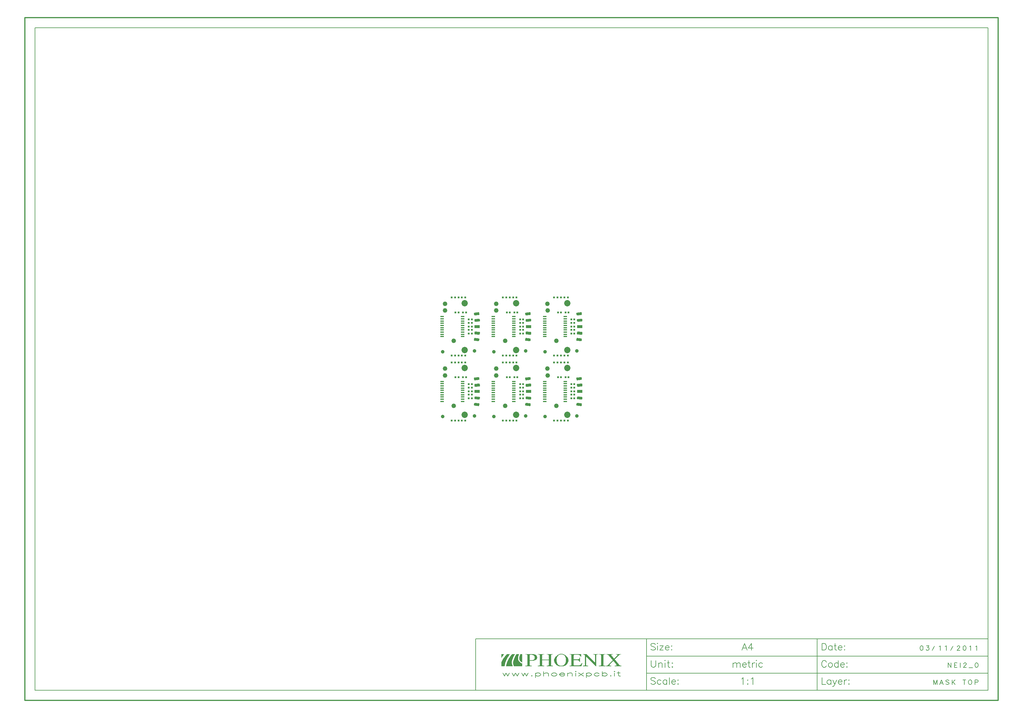
<source format=gbr>
G04 CAM350 V10.2.2 (Build 401) Date:  Thu Nov 03 10:21:45 2011 *
G04 Database: \\SRVPHOENIX\Users\Marina\Documenti\Untitled.cam *
G04 Layer 6: SMT *
%FSLAX33Y33*%
%MOMM*%
%SFA1.000B1.000*%

%MIA0B0*%
%IPPOS*%
%ADD10C,0.25400*%
%ADD22C,0.60096*%
%ADD73R,1.57480X0.81280*%
%ADD30C,1.85090*%
%ADD31R,0.60071X0.60071*%
%ADD33R,1.05080X0.43078*%
%ADD34C,1.06680*%
%ADD35C,1.32080*%
%ADD46C,0.12700*%
%ADD84C,0.20000*%
%ADD112C,0.30000*%
%LNSMT*%
%LPD*%
G36*
X25520Y-62644D02*
G01Y-61414D01*
X26337*
X26338Y-61416*
X26280Y-61474*
Y-61491*
X26228Y-61543*
Y-61561*
X26176Y-61613*
Y-61631*
X26123Y-61683*
Y-61700*
X26071Y-61752*
Y-61770*
X26036Y-61805*
Y-61822*
X26001Y-61857*
Y-61875*
X25949Y-61927*
Y-61944*
X25932Y-61962*
Y-61979*
X25879Y-62031*
Y-62049*
X25844Y-62084*
Y-62101*
X25827Y-62119*
Y-62136*
X25810Y-62154*
Y-62171*
X25792Y-62188*
Y-62206*
X25757Y-62241*
Y-62258*
X25722Y-62293*
Y-62310*
X25705Y-62328*
Y-62345*
X25670Y-62380*
Y-62397*
X25653Y-62415*
Y-62432*
X25635Y-62450*
Y-62467*
X25618Y-62485*
Y-62502*
X25583Y-62537*
Y-62554*
X25566Y-62572*
Y-62589*
X25548Y-62607*
Y-62644*
X25520*
G37*
G36*
X30767Y-62764D02*
G01Y-62602D01*
X30785Y-62585*
Y-62445*
X30802Y-62428*
Y-62323*
X30820Y-62306*
Y-62236*
X30837Y-62219*
Y-62166*
X30854Y-62149*
Y-62114*
X30872Y-62097*
Y-62045*
X30889Y-62027*
Y-61992*
X30907Y-61975*
Y-61940*
X30924Y-61922*
Y-61888*
X30942Y-61870*
Y-61835*
X30959Y-61818*
Y-61783*
X30976Y-61766*
Y-61731*
X30994Y-61713*
Y-61696*
X31011Y-61679*
Y-61661*
X31029Y-61643*
Y-61591*
X31046Y-61574*
Y-61539*
X31064Y-61522*
Y-61469*
X31098Y-61434*
Y-61414*
X31597*
Y-63865*
X31569*
Y-63844*
X31554Y-63829*
X31502Y-63812*
X31484Y-63794*
X31414Y-63759*
X31397Y-63742*
X31362Y-63724*
X31345Y-63707*
X31310Y-63689*
X31292Y-63672*
X31257Y-63655*
X31223Y-63620*
X31188Y-63602*
X31135Y-63550*
X31101Y-63533*
X31011Y-63443*
Y-63426*
X30959Y-63374*
Y-63356*
X30924Y-63321*
Y-63304*
X30907Y-63287*
Y-63269*
X30889Y-63252*
Y-63234*
X30872Y-63217*
Y-63199*
X30854Y-63182*
Y-63147*
X30837Y-63130*
Y-63095*
X30820Y-63077*
Y-63043*
X30802Y-63025*
Y-62955*
X30785Y-62938*
Y-62781*
X30767Y-62764*
G37*
G36*
X54088Y-64963D02*
G01Y-64861D01*
X54236Y-64856*
X54364Y-64839*
X54472Y-64811*
X54561Y-64772*
X54630Y-64721*
X54679Y-64660*
X54709Y-64587*
X54719Y-64502*
Y-61865*
X54709Y-61783*
X54679Y-61713*
X54630Y-61653*
X54561Y-61604*
X54472Y-61566*
X54364Y-61538*
X54236Y-61522*
X54088Y-61517*
Y-61415*
X56006*
Y-61517*
X55858Y-61522*
X55730Y-61538*
X55621Y-61566*
X55533Y-61604*
X55463Y-61653*
X55415Y-61713*
X55385Y-61783*
X55375Y-61865*
Y-64502*
X55385Y-64587*
X55415Y-64660*
X55463Y-64721*
X55533Y-64772*
X55621Y-64811*
X55730Y-64839*
X55858Y-64856*
X56006Y-64861*
Y-64963*
X54088*
G37*
G36*
X25520D02*
G01Y-63857D01*
X25538Y-63840*
Y-63805*
X25555Y-63788*
Y-63770*
X25573Y-63753*
Y-63735*
X25590Y-63718*
Y-63701*
X25607Y-63683*
Y-63648*
X25625Y-63631*
Y-63613*
X25642Y-63596*
Y-63578*
X25660Y-63561*
Y-63526*
X25695Y-63491*
Y-63457*
X25712Y-63439*
Y-63421*
X25730Y-63404*
Y-63387*
X25747Y-63369*
Y-63352*
X25764Y-63334*
Y-63317*
X25782Y-63300*
Y-63282*
X25799Y-63265*
Y-63247*
X25817Y-63230*
Y-63212*
X25834Y-63195*
Y-63178*
X25852Y-63160*
Y-63143*
X25869Y-63125*
Y-63108*
X25886Y-63091*
Y-63073*
X25921Y-63038*
Y-63021*
X25939Y-63003*
Y-62986*
X25956Y-62968*
Y-62951*
X25973Y-62934*
Y-62916*
X26008Y-62881*
Y-62864*
X26043Y-62829*
Y-62812*
X26061Y-62794*
Y-62777*
X26096Y-62742*
Y-62724*
X26113Y-62707*
Y-62689*
X26148Y-62655*
Y-62637*
X26200Y-62585*
Y-62568*
X26252Y-62515*
Y-62498*
X26287Y-62463*
Y-62445*
X26375Y-62358*
Y-62341*
X26462Y-62254*
Y-62236*
X26549Y-62149*
Y-62132*
X26619Y-62062*
Y-62045*
X26671Y-61992*
Y-61975*
X26758Y-61888*
Y-61870*
X26862Y-61766*
Y-61747*
X26897Y-61730*
Y-61713*
X27176Y-61434*
Y-61414*
X28041*
Y-61439*
X27989Y-61491*
Y-61508*
X27849Y-61648*
Y-61683*
X27814Y-61718*
Y-61735*
X27795Y-61755*
X27762Y-61771*
Y-61805*
X27710Y-61857*
Y-61892*
X27692Y-61909*
Y-61927*
X27657Y-61962*
Y-61979*
X27623Y-62014*
Y-62031*
X27605Y-62049*
Y-62066*
X27570Y-62101*
Y-62119*
X27536Y-62154*
Y-62171*
X27518Y-62188*
Y-62206*
X27483Y-62241*
Y-62258*
X27466Y-62275*
Y-62293*
X27431Y-62328*
Y-62345*
X27413Y-62363*
Y-62380*
X27379Y-62415*
Y-62432*
X27344Y-62467*
Y-62485*
X27326Y-62502*
Y-62520*
X27309Y-62537*
Y-62572*
X27289Y-62591*
X27257Y-62608*
Y-62624*
X27239Y-62641*
Y-62659*
X27222Y-62676*
Y-62694*
X27204Y-62711*
Y-62729*
X27187Y-62746*
Y-62764*
X27169Y-62781*
Y-62798*
X27152Y-62816*
Y-62833*
X27134Y-62851*
Y-62868*
X27117Y-62886*
Y-62903*
X27100Y-62920*
Y-62938*
X27082Y-62955*
Y-62973*
X27065Y-62990*
Y-63007*
X27047Y-63025*
Y-63043*
X27030Y-63060*
Y-63095*
X27013Y-63112*
Y-63130*
X26995Y-63147*
Y-63164*
X26978Y-63182*
Y-63217*
X26960Y-63234*
Y-63252*
X26943Y-63269*
Y-63287*
X26925Y-63304*
Y-63339*
X26908Y-63356*
Y-63374*
X26890Y-63391*
Y-63426*
X26873Y-63443*
Y-63461*
X26856Y-63478*
Y-63513*
X26838Y-63530*
Y-63548*
X26821Y-63565*
Y-63600*
X26803Y-63618*
Y-63653*
X26786Y-63670*
Y-63705*
X26768Y-63722*
Y-63740*
X26751Y-63757*
Y-63809*
X26734Y-63827*
Y-63844*
X26716Y-63862*
Y-63949*
X26699Y-63966*
Y-64002*
X26664Y-64020*
Y-64036*
X26646Y-64053*
Y-64106*
X26629Y-64123*
Y-64193*
X26611Y-64210*
Y-64280*
X26594Y-64298*
Y-64367*
X26577Y-64385*
Y-64454*
X26559Y-64472*
Y-64559*
X26542Y-64576*
Y-64646*
X26524Y-64664*
Y-64768*
X26507Y-64786*
Y-64855*
X26490Y-64873*
Y-64963*
X25520*
G37*
G36*
X28954Y-64158D02*
G01Y-63927D01*
X28972Y-63910*
Y-63753*
X28989Y-63735*
Y-63648*
X29007Y-63631*
Y-63561*
X29024Y-63544*
Y-63491*
X29042Y-63474*
Y-63421*
X29059Y-63404*
Y-63369*
X29076Y-63352*
Y-63300*
X29094Y-63282*
Y-63247*
X29111Y-63230*
Y-63195*
X29129Y-63178*
Y-63143*
X29146Y-63125*
Y-63108*
X29164Y-63091*
Y-63055*
X29181Y-63038*
Y-63003*
X29198Y-62986*
Y-62951*
X29216Y-62934*
Y-62916*
X29233Y-62899*
Y-62881*
X29251Y-62864*
Y-62829*
X29268Y-62812*
Y-62777*
X29286Y-62759*
Y-62742*
X29303Y-62724*
Y-62689*
X29320Y-62672*
Y-62637*
X29338Y-62620*
Y-62602*
X29355Y-62585*
Y-62568*
X29373Y-62550*
Y-62515*
X29390Y-62498*
Y-62463*
X29408Y-62445*
Y-62428*
X29425Y-62411*
Y-62358*
X29460Y-62323*
Y-62289*
X29477Y-62271*
Y-62254*
X29495Y-62236*
Y-62219*
X29512Y-62202*
Y-62184*
X29530Y-62166*
Y-62132*
X29547Y-62114*
Y-62097*
X29582Y-62062*
Y-62027*
X29599Y-62010*
Y-61992*
X29634Y-61957*
Y-61940*
X29652Y-61922*
Y-61905*
X29669Y-61888*
Y-61870*
X29704Y-61835*
Y-61818*
X29791Y-61731*
Y-61713*
X29809Y-61696*
Y-61679*
X29826Y-61661*
Y-61643*
X29843Y-61626*
Y-61609*
X29878Y-61574*
Y-61556*
X29896Y-61539*
Y-61522*
X29931Y-61487*
Y-61469*
X29948Y-61452*
Y-61414*
X30729*
X30730Y-61416*
X30708Y-61439*
Y-61456*
X30690Y-61474*
Y-61508*
X30673Y-61526*
Y-61543*
X30656Y-61561*
Y-61596*
X30638Y-61613*
Y-61631*
X30621Y-61648*
Y-61683*
X30603Y-61700*
Y-61718*
X30586Y-61735*
Y-61770*
X30569Y-61787*
Y-61822*
X30551Y-61840*
Y-61875*
X30534Y-61892*
Y-61927*
X30516Y-61944*
Y-61979*
X30499Y-61997*
Y-62066*
X30481Y-62084*
Y-62119*
X30464Y-62136*
Y-62206*
X30447Y-62223*
Y-62310*
X30429Y-62328*
Y-62432*
X30412Y-62450*
Y-62829*
X30429Y-62846*
Y-62916*
X30447Y-62934*
Y-63021*
X30464Y-63038*
Y-63073*
X30499Y-63108*
Y-63160*
X30516Y-63178*
Y-63212*
X30534Y-63230*
Y-63265*
X30551Y-63282*
Y-63300*
X30569Y-63317*
Y-63334*
X30586Y-63352*
Y-63369*
X30621Y-63404*
Y-63421*
X30656Y-63457*
Y-63474*
X30726Y-63544*
Y-63561*
X30743Y-63578*
Y-63596*
X30845Y-63698*
X30880Y-63716*
X30900Y-63735*
Y-63753*
X30915Y-63768*
X30950Y-63785*
X30985Y-63821*
X31020Y-63838*
X31144Y-63962*
Y-63977*
X31227Y-63994*
X31299Y-64030*
X31316Y-64047*
X31454Y-64116*
X31507Y-64134*
X31541Y-64151*
X31597Y-64170*
Y-64963*
X29181*
Y-64925*
X29164Y-64908*
Y-64890*
X29146Y-64873*
Y-64855*
X29129Y-64838*
Y-64803*
X29111Y-64786*
Y-64751*
X29094Y-64733*
Y-64716*
X29076Y-64699*
Y-64664*
X29059Y-64646*
Y-64611*
X29042Y-64594*
Y-64542*
X29024Y-64524*
Y-64489*
X29007Y-64472*
Y-64419*
X28989Y-64402*
Y-64315*
X28972Y-64298*
Y-64176*
X28954Y-64158*
G37*
G36*
X26897Y-64963D02*
G01Y-64903D01*
X26915Y-64886*
Y-64816*
X26932Y-64799*
Y-64729*
X26950Y-64712*
Y-64642*
X26967Y-64624*
Y-64572*
X26985Y-64555*
Y-64485*
X27002Y-64467*
Y-64415*
X27019Y-64398*
Y-64363*
X27037Y-64346*
Y-64311*
X27054Y-64293*
Y-64241*
X27072Y-64223*
Y-64171*
X27089Y-64154*
Y-64136*
X27107Y-64119*
Y-64067*
X27124Y-64049*
Y-64014*
X27142Y-63997*
Y-63962*
X27159Y-63944*
Y-63927*
X27176Y-63910*
Y-63875*
X27194Y-63857*
Y-63823*
X27211Y-63805*
Y-63788*
X27229Y-63770*
Y-63735*
X27246Y-63718*
Y-63683*
X27264Y-63666*
Y-63648*
X27281Y-63631*
Y-63613*
X27298Y-63596*
Y-63561*
X27316Y-63544*
Y-63526*
X27333Y-63509*
Y-63474*
X27351Y-63457*
Y-63439*
X27368Y-63421*
Y-63404*
X27385Y-63387*
Y-63369*
X27403Y-63352*
Y-63334*
X27420Y-63317*
Y-63300*
X27438Y-63282*
Y-63265*
X27455Y-63247*
Y-63230*
X27473Y-63212*
Y-63195*
X27490Y-63178*
Y-63160*
X27508Y-63143*
Y-63125*
X27525Y-63108*
Y-63091*
X27542Y-63073*
Y-63055*
X27560Y-63038*
Y-63021*
X27577Y-63003*
Y-62986*
X27595Y-62968*
Y-62951*
X27612Y-62934*
Y-62916*
X27647Y-62881*
Y-62864*
X27664Y-62846*
Y-62829*
X27699Y-62794*
Y-62777*
X27717Y-62759*
Y-62742*
X27734Y-62724*
Y-62707*
X27769Y-62672*
Y-62655*
X27786Y-62637*
Y-62620*
X27821Y-62585*
Y-62568*
X27839Y-62550*
Y-62533*
X27874Y-62498*
Y-62480*
X27908Y-62445*
Y-62428*
X27943Y-62393*
Y-62376*
X27978Y-62341*
Y-62323*
X28013Y-62289*
Y-62271*
X28048Y-62236*
Y-62219*
X28083Y-62184*
Y-62166*
X28135Y-62114*
Y-62097*
X28187Y-62045*
Y-62027*
X28240Y-61975*
Y-61957*
X28292Y-61905*
Y-61888*
X28362Y-61818*
Y-61800*
X28397Y-61766*
Y-61731*
X28416Y-61711*
X28451Y-61694*
X28501Y-61643*
Y-61626*
X28553Y-61574*
Y-61556*
X28625Y-61484*
X28658Y-61468*
Y-61452*
X28696Y-61414*
X29579*
X29580Y-61416*
X29558Y-61439*
Y-61457*
X29523Y-61475*
Y-61491*
X29453Y-61561*
Y-61578*
X29401Y-61631*
Y-61648*
X29366Y-61683*
Y-61700*
X29348Y-61718*
Y-61735*
X29314Y-61770*
Y-61787*
X29296Y-61805*
Y-61822*
X29261Y-61857*
Y-61875*
X29226Y-61909*
Y-61927*
X29209Y-61944*
Y-61962*
X29191Y-61979*
Y-61997*
X29157Y-62031*
Y-62066*
X29122Y-62101*
Y-62119*
X29104Y-62136*
Y-62154*
X29087Y-62171*
Y-62188*
X29069Y-62206*
Y-62223*
X29052Y-62241*
Y-62275*
X29035Y-62293*
Y-62310*
X29017Y-62328*
Y-62345*
X29000Y-62363*
Y-62380*
X28982Y-62397*
Y-62415*
X28965Y-62432*
Y-62467*
X28947Y-62485*
Y-62502*
X28930Y-62520*
Y-62554*
X28912Y-62572*
Y-62589*
X28895Y-62607*
Y-62641*
X28878Y-62659*
Y-62676*
X28860Y-62694*
Y-62729*
X28843Y-62746*
Y-62781*
X28825Y-62798*
Y-62833*
X28808Y-62851*
Y-62886*
X28791Y-62903*
Y-62938*
X28773Y-62955*
Y-62990*
X28756Y-63007*
Y-63043*
X28738Y-63060*
Y-63077*
X28721Y-63095*
Y-63112*
X28705Y-63127*
X28721Y-63143*
Y-63164*
X28703Y-63182*
Y-63234*
X28686Y-63252*
Y-63287*
X28668Y-63304*
Y-63339*
X28651Y-63356*
Y-63409*
X28634Y-63426*
Y-63478*
X28616Y-63496*
Y-63600*
X28599Y-63618*
Y-64136*
X28616Y-64154*
Y-64241*
X28634Y-64258*
Y-64346*
X28651Y-64363*
Y-64415*
X28668Y-64433*
Y-64467*
X28686Y-64485*
Y-64537*
X28703Y-64555*
Y-64572*
X28721Y-64590*
Y-64624*
X28738Y-64642*
Y-64677*
X28756Y-64694*
Y-64729*
X28773Y-64746*
Y-64764*
X28791Y-64781*
Y-64799*
X28808Y-64816*
Y-64834*
X28825Y-64851*
Y-64886*
X28860Y-64921*
Y-64963*
X26897*
G37*
G36*
X32598D02*
G01Y-64861D01*
X32731Y-64856*
X32846Y-64839*
X32943Y-64811*
X33023Y-64772*
X33085Y-64721*
X33129Y-64660*
X33156Y-64587*
X33165Y-64502*
Y-61865*
X33158Y-61783*
X33137Y-61712*
X33103Y-61654*
X33055Y-61608*
X32978Y-61568*
X32876Y-61540*
X32750Y-61522*
X32598Y-61517*
Y-61415*
X34329*
X34518Y-61418*
X34697Y-61430*
X34864Y-61448*
X35021Y-61474*
X35166Y-61507*
X35301Y-61548*
X35425Y-61595*
X35539Y-61651*
X35650Y-61719*
X35747Y-61795*
X35828Y-61879*
X35896Y-61971*
X35947Y-62071*
X35985Y-62178*
X36007Y-62294*
X36015Y-62417*
X36006Y-62542*
X35980Y-62660*
X35935Y-62770*
X35873Y-62873*
X35794Y-62969*
X35697Y-63056*
X35581Y-63137*
X35449Y-63210*
X35329Y-63264*
X35204Y-63310*
X35074Y-63347*
X34939Y-63376*
X34798Y-63398*
X34654Y-63412*
X34503Y-63417*
X34349Y-63414*
X33821Y-63393*
Y-64529*
X33830Y-64607*
X33857Y-64675*
X33902Y-64732*
X33966Y-64778*
X34047Y-64815*
X34147Y-64841*
X34264Y-64856*
X34400Y-64861*
Y-64963*
X32598*
G37*
G36*
X45473D02*
G01Y-64861D01*
X45606Y-64856*
X45721Y-64839*
X45818Y-64811*
X45898Y-64772*
X45960Y-64721*
X46004Y-64660*
X46031Y-64587*
X46040Y-64502*
Y-61865*
X46033Y-61783*
X46012Y-61712*
X45978Y-61654*
X45930Y-61608*
X45853Y-61568*
X45751Y-61540*
X45625Y-61522*
X45473Y-61517*
Y-61415*
X48890*
Y-62181*
X48755*
X48707Y-62075*
X48641Y-61974*
X48557Y-61882*
X48462Y-61800*
X48353Y-61732*
X48238Y-61679*
X48118Y-61646*
X47996Y-61634*
X47037*
X46957Y-61638*
X46887Y-61649*
X46829Y-61667*
X46781Y-61691*
X46744Y-61723*
X46717Y-61761*
X46701Y-61807*
X46696Y-61860*
Y-62996*
X47687*
X47854Y-62988*
X47999Y-62964*
X48121Y-62924*
X48222Y-62867*
X48300Y-62795*
X48356Y-62706*
X48390Y-62602*
X48401Y-62481*
X48536*
Y-63736*
X48401*
X48386Y-63607*
X48368Y-63550*
X48343Y-63496*
X48310Y-63447*
X48270Y-63401*
X48224Y-63360*
X48169Y-63323*
X48069Y-63276*
X47955Y-63242*
X47828Y-63223*
X47687Y-63216*
X46696*
Y-64529*
X46702Y-64600*
X46720Y-64655*
X46750Y-64696*
X46793Y-64722*
X46870Y-64738*
X47011Y-64743*
X48002*
X48186Y-64731*
X48274Y-64715*
X48361Y-64692*
X48443Y-64664*
X48524Y-64629*
X48678Y-64540*
X48805Y-64437*
X48909Y-64322*
X48991Y-64196*
X49051Y-64057*
X49238*
X48948Y-64963*
X45473*
G37*
G36*
X40963Y-63189D02*
G01X40976Y-63034D01*
X41015Y-62876*
X41076Y-62717*
X41160Y-62557*
X41262Y-62400*
X41382Y-62247*
X41516Y-62099*
X41665Y-61959*
X41823Y-61830*
X41991Y-61711*
X42164Y-61605*
X42344Y-61514*
X42525Y-61441*
X42708Y-61386*
X42889Y-61352*
X43067Y-61340*
X43248Y-61352*
X43432Y-61386*
X43617Y-61440*
X43801Y-61513*
X43980Y-61604*
X44155Y-61709*
X44322Y-61827*
X44481Y-61957*
X44627Y-62097*
X44762Y-62244*
X44880Y-62398*
X44982Y-62554*
X45064Y-62714*
X45126Y-62875*
X45164Y-63033*
X45178Y-63189*
X45168Y-63381*
X45142Y-63564*
X45098Y-63740*
X45036Y-63907*
X44956Y-64067*
X44859Y-64218*
X44744Y-64362*
X44611Y-64497*
X44458Y-64624*
X44295Y-64734*
X44121Y-64827*
X43937Y-64903*
X43743Y-64962*
X43538Y-65004*
X43323Y-65029*
X43099Y-65038*
X42866Y-65029*
X42644Y-65004*
X42433Y-64962*
X42234Y-64903*
X42044Y-64827*
X41866Y-64734*
X41698Y-64624*
X41542Y-64497*
X41406Y-64362*
X41289Y-64218*
X41189Y-64067*
X41108Y-63907*
X41044Y-63740*
X40999Y-63564*
X40972Y-63381*
X40963Y-63189*
G37*
G36*
X36233Y-64963D02*
G01Y-64861D01*
X36366Y-64856*
X36481Y-64839*
X36578Y-64811*
X36658Y-64772*
X36720Y-64721*
X36764Y-64660*
X36790Y-64587*
X36799Y-64502*
Y-61865*
X36790Y-61783*
X36764Y-61713*
X36720Y-61653*
X36658Y-61604*
X36578Y-61566*
X36481Y-61538*
X36366Y-61522*
X36233Y-61517*
Y-61415*
X38022*
Y-61517*
X37889Y-61522*
X37774Y-61538*
X37676Y-61566*
X37597Y-61604*
X37535Y-61653*
X37491Y-61713*
X37464Y-61783*
X37456Y-61865*
Y-63039*
X39405*
Y-61865*
X39396Y-61783*
X39370Y-61713*
X39325Y-61653*
X39264Y-61604*
X39184Y-61566*
X39087Y-61538*
X38972Y-61522*
X38839Y-61517*
Y-61415*
X40628*
Y-61517*
X40495Y-61522*
X40380Y-61538*
X40282Y-61566*
X40203Y-61604*
X40141Y-61653*
X40097Y-61713*
X40070Y-61783*
X40062Y-61865*
Y-64502*
X40070Y-64587*
X40097Y-64660*
X40141Y-64721*
X40203Y-64772*
X40282Y-64811*
X40380Y-64839*
X40495Y-64856*
X40628Y-64861*
Y-64963*
X38839*
Y-64861*
X38972Y-64856*
X39087Y-64839*
X39184Y-64811*
X39264Y-64772*
X39325Y-64721*
X39370Y-64660*
X39396Y-64587*
X39405Y-64502*
Y-63259*
X37456*
Y-64502*
X37464Y-64587*
X37491Y-64660*
X37535Y-64721*
X37597Y-64772*
X37676Y-64811*
X37774Y-64839*
X37889Y-64856*
X38022Y-64861*
Y-64963*
X36233*
G37*
G36*
X56193Y-64861D02*
G01X56278Y-64856D01*
X56364Y-64839*
X56450Y-64810*
X56537Y-64770*
X56624Y-64719*
X56712Y-64656*
X56799Y-64582*
X56888Y-64497*
X58132Y-63215*
X57151Y-62016*
X57047Y-61899*
X56941Y-61798*
X56833Y-61712*
X56725Y-61641*
X56613Y-61587*
X56501Y-61548*
X56386Y-61525*
X56270Y-61517*
Y-61415*
X58207*
Y-61517*
X57993Y-61527*
X57910Y-61539*
X57842Y-61556*
X57789Y-61578*
X57751Y-61604*
X57730Y-61636*
X57724Y-61672*
X57750Y-61752*
X57811Y-61874*
X57937Y-62079*
X58548Y-62798*
X59422Y-61902*
X59473Y-61845*
X59508Y-61789*
X59527Y-61735*
X59532Y-61683*
X59522Y-61644*
X59499Y-61610*
X59462Y-61582*
X59413Y-61558*
X59350Y-61541*
X59274Y-61527*
X59082Y-61517*
Y-61415*
X60607*
Y-61517*
X60494Y-61522*
X60384Y-61540*
X60277Y-61570*
X60173Y-61611*
X60071Y-61664*
X59972Y-61728*
X59876Y-61805*
X59783Y-61892*
X58702Y-62991*
X59918Y-64433*
X60008Y-64534*
X60099Y-64620*
X60190Y-64694*
X60283Y-64754*
X60375Y-64802*
X60469Y-64835*
X60563Y-64855*
X60658Y-64861*
Y-64963*
X58747*
Y-64861*
X58964Y-64852*
X59049Y-64840*
X59119Y-64823*
X59173Y-64801*
X59211Y-64774*
X59235Y-64743*
X59243Y-64706*
X59234Y-64640*
X59207Y-64567*
X59162Y-64490*
X59100Y-64407*
X58304Y-63425*
X57364Y-64395*
X57297Y-64471*
X57248Y-64539*
X57219Y-64598*
X57210Y-64647*
X57218Y-64698*
X57241Y-64741*
X57279Y-64778*
X57332Y-64808*
X57398Y-64832*
X57479Y-64848*
X57575Y-64858*
X57686Y-64861*
Y-64963*
X56193*
Y-64861*
G37*
G36*
X49405Y-64963D02*
G01Y-64861D01*
X49551Y-64855*
X49678Y-64838*
X49784Y-64808*
X49873Y-64766*
X49940Y-64713*
X49990Y-64647*
X50019Y-64570*
X50029Y-64481*
Y-61817*
X49898Y-61685*
X49830Y-61624*
X49742Y-61577*
X49643Y-61543*
X49530Y-61523*
X49405Y-61517*
Y-61415*
X50512*
X52982Y-63993*
Y-61849*
X52972Y-61771*
X52943Y-61704*
X52894Y-61647*
X52826Y-61600*
X52738Y-61564*
X52631Y-61537*
X52504Y-61522*
X52358Y-61517*
Y-61415*
X53890*
Y-61517*
X53743Y-61522*
X53616Y-61539*
X53509Y-61567*
X53421Y-61607*
X53352Y-61657*
X53304Y-61719*
X53275Y-61792*
X53265Y-61876*
Y-65038*
X53177Y-65036*
X50312Y-62090*
Y-64529*
X50322Y-64607*
X50351Y-64675*
X50399Y-64732*
X50468Y-64778*
X50555Y-64815*
X50663Y-64841*
X50790Y-64856*
X50936Y-64861*
Y-64963*
X49405*
G37*
%LPC*%
G36*
X34130Y-63210D02*
G01X34310Y-63216D01*
X34537Y-63203*
X34639Y-63188*
X34735Y-63166*
X34821Y-63138*
X34901Y-63104*
X34973Y-63063*
X35038Y-63016*
X35095Y-62964*
X35144Y-62904*
X35186Y-62839*
X35220Y-62767*
X35247Y-62689*
X35266Y-62605*
X35278Y-62515*
X35282Y-62417*
X35276Y-62320*
X35262Y-62229*
X35238Y-62144*
X35206Y-62065*
X35163Y-61994*
X35112Y-61928*
X35051Y-61868*
X34980Y-61814*
X34900Y-61767*
X34811Y-61727*
X34711Y-61692*
X34604Y-61663*
X34486Y-61642*
X34359Y-61626*
X34223Y-61616*
X34078Y-61613*
X33956Y-61620*
X33914Y-61629*
X33885Y-61640*
X33857Y-61669*
X33837Y-61711*
X33825Y-61768*
X33821Y-61838*
Y-63189*
X34130Y-63210*
G37*
G36*
X41702Y-63374D02*
G01X41718Y-63540D01*
X41745Y-63699*
X41783Y-63848*
X41832Y-63991*
X41892Y-64125*
X41962Y-64251*
X42044Y-64368*
X42138Y-64481*
X42240Y-64577*
X42351Y-64660*
X42470Y-64726*
X42597Y-64779*
X42732Y-64816*
X42876Y-64838*
X43028Y-64845*
X43197Y-64837*
X43357Y-64813*
X43506Y-64773*
X43646Y-64715*
X43776Y-64642*
X43897Y-64553*
X44008Y-64447*
X44109Y-64325*
X44187Y-64208*
X44255Y-64084*
X44313Y-63954*
X44360Y-63816*
X44396Y-63672*
X44423Y-63522*
X44438Y-63364*
X44444Y-63200*
X44439Y-63029*
X44425Y-62865*
X44401Y-62709*
X44368Y-62561*
X44325Y-62421*
X44273Y-62288*
X44212Y-62164*
X44142Y-62047*
X44048Y-61927*
X43945Y-61822*
X43832Y-61734*
X43710Y-61661*
X43578Y-61605*
X43436Y-61565*
X43285Y-61541*
X43125Y-61533*
X42944Y-61541*
X42776Y-61563*
X42619Y-61602*
X42475Y-61655*
X42343Y-61724*
X42222Y-61808*
X42114Y-61907*
X42018Y-62020*
X41942Y-62133*
X41877Y-62255*
X41822Y-62388*
X41777Y-62530*
X41741Y-62682*
X41716Y-62845*
X41701Y-63017*
X41697Y-63200*
X41702Y-63374*
G37*
%LPD*%
G54D10*
X19046Y13302D03*
X18881Y11390D03*
X34046Y13302D03*
X33881Y11390D03*
X49046Y13302D03*
X48881Y11390D03*
X49046Y32302D03*
X48881Y30390D03*
X34046Y32302D03*
X33881Y30390D03*
X19046Y32302D03*
X18881Y30390D03*
G54D33*
X8200Y18420D03*
Y17770D03*
Y17120D03*
Y16470D03*
Y15820D03*
Y15170D03*
Y14520D03*
Y13870D03*
Y13220D03*
Y12570D03*
X14200D03*
Y13220D03*
Y13870D03*
Y14520D03*
Y15170D03*
Y15820D03*
Y16470D03*
Y17120D03*
Y17770D03*
Y18420D03*
X23200D03*
Y17770D03*
Y17120D03*
Y16470D03*
Y15820D03*
Y15170D03*
Y14520D03*
Y13870D03*
Y13220D03*
Y12570D03*
X29200D03*
Y13220D03*
Y13870D03*
Y14520D03*
Y15170D03*
Y15820D03*
Y16470D03*
Y17120D03*
Y17770D03*
Y18420D03*
X38200D03*
Y17770D03*
Y17120D03*
Y16470D03*
Y15820D03*
Y15170D03*
Y14520D03*
Y13870D03*
Y13220D03*
Y12570D03*
X44200D03*
Y13220D03*
Y13870D03*
Y14520D03*
Y15170D03*
Y15820D03*
Y16470D03*
Y17120D03*
Y17770D03*
Y18420D03*
X38200Y37420D03*
Y36770D03*
Y36120D03*
Y35470D03*
Y34820D03*
Y34170D03*
Y33520D03*
Y32870D03*
Y32220D03*
Y31570D03*
X44200D03*
Y32220D03*
Y32870D03*
Y33520D03*
Y34170D03*
Y34820D03*
Y35470D03*
Y36120D03*
Y36770D03*
Y37420D03*
X23200D03*
Y36770D03*
Y36120D03*
Y35470D03*
Y34820D03*
Y34170D03*
Y33520D03*
Y32870D03*
Y32220D03*
Y31570D03*
X29200D03*
Y32220D03*
Y32870D03*
Y33520D03*
Y34170D03*
Y34820D03*
Y35470D03*
Y36120D03*
Y36770D03*
Y37420D03*
X8200D03*
Y36770D03*
Y36120D03*
Y35470D03*
Y34820D03*
Y34170D03*
Y33520D03*
Y32870D03*
Y32220D03*
Y31570D03*
X14200D03*
Y32220D03*
Y32870D03*
Y33520D03*
Y34170D03*
Y34820D03*
Y35470D03*
Y36120D03*
Y36770D03*
Y37420D03*
G54D73*
X18450Y15500D03*
X33450D03*
X48450D03*
Y34500D03*
X33450D03*
X18450D03*
G54D34*
X17650Y8350D03*
X8300Y8150D03*
X32650Y8350D03*
X23300Y8150D03*
X47650Y8350D03*
X38300Y8150D03*
X47650Y27350D03*
X38300Y27150D03*
X32650Y27350D03*
X23300Y27150D03*
X17650Y27350D03*
X8300Y27150D03*
G54D30*
X14807Y22378D03*
Y8622D03*
X29807Y22378D03*
Y8622D03*
X44807Y22378D03*
Y8622D03*
Y41378D03*
Y27622D03*
X29807Y41378D03*
Y27622D03*
X14807Y41378D03*
Y27622D03*
G54D31*
X15200Y19650D03*
X14300D03*
X12100D03*
X13000D03*
X16000Y16600D03*
X16900D03*
X16000Y14550D03*
X16900D03*
X16000Y17600D03*
X16900D03*
X16000Y15500D03*
X16900D03*
X16000Y13450D03*
X16900D03*
X30200Y19650D03*
X29300D03*
X27100D03*
X28000D03*
X31000Y16600D03*
X31900D03*
X31000Y14550D03*
X31900D03*
X31000Y17600D03*
X31900D03*
X31000Y15500D03*
X31900D03*
X31000Y13450D03*
X31900D03*
X45200Y19650D03*
X44300D03*
X42100D03*
X43000D03*
X46000Y16600D03*
X46900D03*
X46000Y14550D03*
X46900D03*
X46000Y17600D03*
X46900D03*
X46000Y15500D03*
X46900D03*
X46000Y13450D03*
X46900D03*
X45200Y38650D03*
X44300D03*
X42100D03*
X43000D03*
X46000Y35600D03*
X46900D03*
X46000Y33550D03*
X46900D03*
X46000Y36600D03*
X46900D03*
X46000Y34500D03*
X46900D03*
X46000Y32450D03*
X46900D03*
X30200Y38650D03*
X29300D03*
X27100D03*
X28000D03*
X31000Y35600D03*
X31900D03*
X31000Y33550D03*
X31900D03*
X31000Y36600D03*
X31900D03*
X31000Y34500D03*
X31900D03*
X31000Y32450D03*
X31900D03*
X15200Y38650D03*
X14300D03*
X12100D03*
X13000D03*
X16000Y35600D03*
X16900D03*
X16000Y33550D03*
X16900D03*
X16000Y36600D03*
X16900D03*
X16000Y34500D03*
X16900D03*
X16000Y32450D03*
X16900D03*
G54D35*
X9008Y22174D03*
X9040Y20188D03*
X11600Y11300D03*
X24008Y22174D03*
X24040Y20188D03*
X26600Y11300D03*
X39008Y22174D03*
X39040Y20188D03*
X41600Y11300D03*
X39008Y41174D03*
X39040Y39188D03*
X41600Y30300D03*
X24008Y41174D03*
X24040Y39188D03*
X26600Y30300D03*
X9008Y41174D03*
X9040Y39188D03*
X11600Y30300D03*
G54D22*
X12965Y26000D03*
X11965D03*
X10965D03*
X13965D03*
X14965D03*
X12965Y43000D03*
X13965D03*
X14965D03*
X11965D03*
X10965D03*
X27965D03*
X28965D03*
X29965D03*
X26965D03*
X25965D03*
X42965D03*
X43965D03*
X44965D03*
X41965D03*
X40965D03*
X42965Y24000D03*
X43965D03*
X44965D03*
X41965D03*
X40965D03*
X27965D03*
X28965D03*
X29965D03*
X26965D03*
X25965D03*
X12965D03*
X13965D03*
X14965D03*
X11965D03*
X10965D03*
X12965Y7000D03*
X11965D03*
X10965D03*
X13965D03*
X14965D03*
X27965D03*
X26965D03*
X25965D03*
X28965D03*
X29965D03*
X42965D03*
X41965D03*
X40965D03*
X43965D03*
X44965D03*
X42965Y26000D03*
X41965D03*
X40965D03*
X43965D03*
X44965D03*
X27965D03*
X26965D03*
X25965D03*
X28965D03*
X29965D03*
G54D10*
X17625Y18916D02*
G01X18939Y19054D01*
X18881Y19610*
X17567Y19472*
X17625Y18916*
X17611Y19056D02*
G01X18939D01*
X17584Y19310D02*
G01X18912D01*
X18443Y19564D02*
G01X18885D01*
X17756Y18930D02*
G01Y19492D01*
X18010Y18957D02*
G01Y19518D01*
X18264Y18983D02*
G01Y19545D01*
X18518Y19010D02*
G01Y19572D01*
X18772Y19037D02*
G01Y19598D01*
X17756Y17071D02*
G01X19075Y17140D01*
X19046Y17698*
X17727Y17629*
X17756Y17071*
X17745Y17278D02*
G01X19068D01*
X17732Y17532D02*
G01X19054D01*
X17756Y17071D02*
G01Y17630D01*
X18010Y17084D02*
G01Y17643D01*
X18264Y17097D02*
G01Y17657D01*
X18518Y17110D02*
G01Y17670D01*
X18772Y17124D02*
G01Y17683D01*
X19026Y17137D02*
G01Y17697D01*
X17727Y13371D02*
G01X19046Y13302D01*
X19075Y13860*
X17756Y13929*
X17727Y13371*
X17736Y13556D02*
G01X19059D01*
X17750Y13810D02*
G01X19072D01*
X17756Y13370D02*
G01Y13929D01*
X18010Y13357D02*
G01Y13916D01*
X18264Y13343D02*
G01Y13903D01*
X18518Y13330D02*
G01Y13889D01*
X18772Y13317D02*
G01Y13876D01*
X19026Y13303D02*
G01Y13863D01*
X17567Y11528D02*
G01X18881Y11390D01*
X18939Y11946*
X17625Y12084*
X17567Y11528*
X17579Y11644D02*
G01X18907D01*
X17606Y11898D02*
G01X18934D01*
X17756Y11508D02*
G01Y12070D01*
X18010Y11482D02*
G01Y12043D01*
X18264Y11455D02*
G01Y12017D01*
X18518Y11428D02*
G01Y11990D01*
X18772Y11402D02*
G01Y11963D01*
X32625Y18916D02*
G01X33939Y19054D01*
X33881Y19610*
X32567Y19472*
X32625Y18916*
X32611Y19056D02*
G01X33939D01*
X32584Y19310D02*
G01X33912D01*
X33443Y19564D02*
G01X33885D01*
X32756Y18930D02*
G01Y19492D01*
X33010Y18957D02*
G01Y19518D01*
X33264Y18983D02*
G01Y19545D01*
X33518Y19010D02*
G01Y19572D01*
X33772Y19037D02*
G01Y19598D01*
X32756Y17071D02*
G01X34075Y17140D01*
X34046Y17698*
X32727Y17629*
X32756Y17071*
X32745Y17278D02*
G01X34067D01*
X32732Y17532D02*
G01X34054D01*
X32756Y17071D02*
G01Y17630D01*
X33010Y17084D02*
G01Y17643D01*
X33264Y17097D02*
G01Y17657D01*
X33518Y17110D02*
G01Y17670D01*
X33772Y17124D02*
G01Y17683D01*
X34026Y17137D02*
G01Y17697D01*
X32727Y13371D02*
G01X34046Y13302D01*
X34075Y13860*
X32756Y13929*
X32727Y13371*
X32736Y13556D02*
G01X34059D01*
X32750Y13810D02*
G01X34072D01*
X32756Y13370D02*
G01Y13929D01*
X33010Y13357D02*
G01Y13916D01*
X33264Y13343D02*
G01Y13903D01*
X33518Y13330D02*
G01Y13889D01*
X33772Y13317D02*
G01Y13876D01*
X34026Y13303D02*
G01Y13863D01*
X32567Y11528D02*
G01X33881Y11390D01*
X33939Y11946*
X32625Y12084*
X32567Y11528*
X32579Y11644D02*
G01X33907D01*
X32606Y11898D02*
G01X33934D01*
X32756Y11508D02*
G01Y12070D01*
X33010Y11482D02*
G01Y12043D01*
X33264Y11455D02*
G01Y12017D01*
X33518Y11428D02*
G01Y11990D01*
X33772Y11402D02*
G01Y11963D01*
X47625Y18916D02*
G01X48939Y19054D01*
X48881Y19610*
X47567Y19472*
X47625Y18916*
X47611Y19056D02*
G01X48939D01*
X47584Y19310D02*
G01X48912D01*
X48443Y19564D02*
G01X48885D01*
X47756Y18930D02*
G01Y19492D01*
X48010Y18957D02*
G01Y19518D01*
X48264Y18983D02*
G01Y19545D01*
X48518Y19010D02*
G01Y19572D01*
X48772Y19037D02*
G01Y19598D01*
X47756Y17071D02*
G01X49075Y17140D01*
X49046Y17698*
X47727Y17629*
X47756Y17071*
X47745Y17278D02*
G01X49067D01*
X47732Y17532D02*
G01X49054D01*
X47756Y17071D02*
G01Y17630D01*
X48010Y17084D02*
G01Y17643D01*
X48264Y17097D02*
G01Y17657D01*
X48518Y17110D02*
G01Y17670D01*
X48772Y17124D02*
G01Y17683D01*
X49026Y17137D02*
G01Y17697D01*
X47727Y13371D02*
G01X49046Y13302D01*
X49075Y13860*
X47756Y13929*
X47727Y13371*
X47736Y13556D02*
G01X49059D01*
X47750Y13810D02*
G01X49072D01*
X47756Y13370D02*
G01Y13929D01*
X48010Y13357D02*
G01Y13916D01*
X48264Y13343D02*
G01Y13903D01*
X48518Y13330D02*
G01Y13889D01*
X48772Y13317D02*
G01Y13876D01*
X49026Y13303D02*
G01Y13863D01*
X47567Y11528D02*
G01X48881Y11390D01*
X48939Y11946*
X47625Y12084*
X47567Y11528*
X47579Y11644D02*
G01X48907D01*
X47606Y11898D02*
G01X48934D01*
X47756Y11508D02*
G01Y12070D01*
X48010Y11482D02*
G01Y12043D01*
X48264Y11455D02*
G01Y12017D01*
X48518Y11428D02*
G01Y11990D01*
X48772Y11402D02*
G01Y11963D01*
X47625Y37916D02*
G01X48939Y38054D01*
X48881Y38610*
X47567Y38472*
X47625Y37916*
X47611Y38056D02*
G01X48939D01*
X47584Y38310D02*
G01X48912D01*
X48443Y38564D02*
G01X48885D01*
X47756Y37930D02*
G01Y38492D01*
X48010Y37956D02*
G01Y38518D01*
X48264Y37983D02*
G01Y38545D01*
X48518Y38010D02*
G01Y38572D01*
X48772Y38037D02*
G01Y38598D01*
X47756Y36071D02*
G01X49075Y36140D01*
X49046Y36698*
X47727Y36629*
X47756Y36071*
X47745Y36278D02*
G01X49067D01*
X47732Y36532D02*
G01X49054D01*
X47756Y36071D02*
G01Y36630D01*
X48010Y36084D02*
G01Y36643D01*
X48264Y36097D02*
G01Y36657D01*
X48518Y36110D02*
G01Y36670D01*
X48772Y36124D02*
G01Y36683D01*
X49026Y36137D02*
G01Y36697D01*
X47727Y32371D02*
G01X49046Y32302D01*
X49075Y32860*
X47756Y32929*
X47727Y32371*
X47736Y32556D02*
G01X49059D01*
X47750Y32810D02*
G01X49072D01*
X47756Y32370D02*
G01Y32929D01*
X48010Y32357D02*
G01Y32916D01*
X48264Y32343D02*
G01Y32903D01*
X48518Y32330D02*
G01Y32889D01*
X48772Y32317D02*
G01Y32876D01*
X49026Y32303D02*
G01Y32863D01*
X47567Y30528D02*
G01X48881Y30390D01*
X48939Y30946*
X47625Y31084*
X47567Y30528*
X47579Y30644D02*
G01X48907D01*
X47606Y30898D02*
G01X48934D01*
X47756Y30508D02*
G01Y31070D01*
X48010Y30482D02*
G01Y31043D01*
X48264Y30455D02*
G01Y31017D01*
X48518Y30428D02*
G01Y30990D01*
X48772Y30402D02*
G01Y30963D01*
X32625Y37916D02*
G01X33939Y38054D01*
X33881Y38610*
X32567Y38472*
X32625Y37916*
X32611Y38056D02*
G01X33939D01*
X32584Y38310D02*
G01X33912D01*
X33443Y38564D02*
G01X33885D01*
X32756Y37930D02*
G01Y38492D01*
X33010Y37956D02*
G01Y38518D01*
X33264Y37983D02*
G01Y38545D01*
X33518Y38010D02*
G01Y38572D01*
X33772Y38037D02*
G01Y38598D01*
X32756Y36071D02*
G01X34075Y36140D01*
X34046Y36698*
X32727Y36629*
X32756Y36071*
X32745Y36278D02*
G01X34067D01*
X32732Y36532D02*
G01X34054D01*
X32756Y36071D02*
G01Y36630D01*
X33010Y36084D02*
G01Y36643D01*
X33264Y36097D02*
G01Y36657D01*
X33518Y36110D02*
G01Y36670D01*
X33772Y36124D02*
G01Y36683D01*
X34026Y36137D02*
G01Y36697D01*
X32727Y32371D02*
G01X34046Y32302D01*
X34075Y32860*
X32756Y32929*
X32727Y32371*
X32736Y32556D02*
G01X34059D01*
X32750Y32810D02*
G01X34072D01*
X32756Y32370D02*
G01Y32929D01*
X33010Y32357D02*
G01Y32916D01*
X33264Y32343D02*
G01Y32903D01*
X33518Y32330D02*
G01Y32889D01*
X33772Y32317D02*
G01Y32876D01*
X34026Y32303D02*
G01Y32863D01*
X32567Y30528D02*
G01X33881Y30390D01*
X33939Y30946*
X32625Y31084*
X32567Y30528*
X32579Y30644D02*
G01X33907D01*
X32606Y30898D02*
G01X33934D01*
X32756Y30508D02*
G01Y31070D01*
X33010Y30482D02*
G01Y31043D01*
X33264Y30455D02*
G01Y31017D01*
X33518Y30428D02*
G01Y30990D01*
X33772Y30402D02*
G01Y30963D01*
X17625Y37916D02*
G01X18939Y38054D01*
X18881Y38610*
X17567Y38472*
X17625Y37916*
X17611Y38056D02*
G01X18939D01*
X17584Y38310D02*
G01X18912D01*
X18443Y38564D02*
G01X18885D01*
X17756Y37930D02*
G01Y38492D01*
X18010Y37956D02*
G01Y38518D01*
X18264Y37983D02*
G01Y38545D01*
X18518Y38010D02*
G01Y38572D01*
X18772Y38037D02*
G01Y38598D01*
X17756Y36071D02*
G01X19075Y36140D01*
X19046Y36698*
X17727Y36629*
X17756Y36071*
X17745Y36278D02*
G01X19068D01*
X17732Y36532D02*
G01X19054D01*
X17756Y36071D02*
G01Y36630D01*
X18010Y36084D02*
G01Y36643D01*
X18264Y36097D02*
G01Y36657D01*
X18518Y36110D02*
G01Y36670D01*
X18772Y36124D02*
G01Y36683D01*
X19026Y36137D02*
G01Y36697D01*
X17727Y32371D02*
G01X19046Y32302D01*
X19075Y32860*
X17756Y32929*
X17727Y32371*
X17736Y32556D02*
G01X19059D01*
X17750Y32810D02*
G01X19072D01*
X17756Y32370D02*
G01Y32929D01*
X18010Y32357D02*
G01Y32916D01*
X18264Y32343D02*
G01Y32903D01*
X18518Y32330D02*
G01Y32889D01*
X18772Y32317D02*
G01Y32876D01*
X19026Y32303D02*
G01Y32863D01*
X17567Y30528D02*
G01X18881Y30390D01*
X18939Y30946*
X17625Y31084*
X17567Y30528*
X17579Y30644D02*
G01X18907D01*
X17606Y30898D02*
G01X18934D01*
X17756Y30508D02*
G01Y31070D01*
X18010Y30482D02*
G01Y31043D01*
X18264Y30455D02*
G01Y31017D01*
X18518Y30428D02*
G01Y30990D01*
X18772Y30402D02*
G01Y30963D01*
G54D84*
X18000Y-57000D02*
G01X68000D01*
Y-72000*
X18000*
Y-57000*
X68000D02*
G01X118000D01*
Y-62000*
X68000*
Y-57000*
X118000Y-62000D02*
G01X68000D01*
Y-67000*
X118000*
Y-62000*
X68000Y-67000D02*
G01X118000D01*
Y-72000*
X68000*
Y-67000*
X118000Y-57000D02*
G01X168000D01*
Y-62000*
X118000*
Y-57000*
X168000Y-62000D02*
G01X118000D01*
Y-67000*
X168000*
Y-62000*
X118000Y-67000D02*
G01X168000D01*
Y-72000*
X118000*
Y-67000*
X25925Y-66975D02*
G01X26425Y-67850D01*
X26925Y-66975D02*
G01X26425Y-67850D01*
X26925Y-66975D02*
G01X27425Y-67850D01*
X27925Y-66975D02*
G01X27425Y-67850D01*
X28675Y-66975D02*
G01X29175Y-67850D01*
X29675Y-66975D02*
G01X29175Y-67850D01*
X29675Y-66975D02*
G01X30175Y-67850D01*
X30675Y-66975D02*
G01X30175Y-67850D01*
X31425Y-66975D02*
G01X31925Y-67850D01*
X32425Y-66975D02*
G01X31925Y-67850D01*
X32425Y-66975D02*
G01X32925Y-67850D01*
X33425Y-66975D02*
G01X32925Y-67850D01*
X34425Y-67725D02*
G01X34300Y-67787D01*
X34425Y-67850*
X34550Y-67787*
X34425Y-67725*
X35550Y-66975D02*
G01Y-68287D01*
Y-67162D02*
G01X35800Y-67037D01*
X36050Y-66975*
X36425*
X36675Y-67037*
X36925Y-67162*
X37050Y-67350*
Y-67475*
X36925Y-67662*
X36675Y-67787*
X36425Y-67850*
X36050*
X35800Y-67787*
X35550Y-67662*
X37925Y-66537D02*
G01Y-67850D01*
Y-67225D02*
G01X38300Y-67037D01*
X38550Y-66975*
X38925*
X39175Y-67037*
X39300Y-67225*
Y-67850*
X40800Y-66975D02*
G01X40550Y-67037D01*
X40300Y-67162*
X40175Y-67350*
Y-67475*
X40300Y-67662*
X40550Y-67787*
X40800Y-67850*
X41175*
X41425Y-67787*
X41675Y-67662*
X41800Y-67475*
Y-67350*
X41675Y-67162*
X41425Y-67037*
X41175Y-66975*
X40800*
X42550Y-67350D02*
G01X44050D01*
Y-67225*
X43925Y-67100*
X43800Y-67037*
X43550Y-66975*
X43175*
X42925Y-67037*
X42675Y-67162*
X42550Y-67350*
Y-67475*
X42675Y-67662*
X42925Y-67787*
X43175Y-67850*
X43550*
X43800Y-67787*
X44050Y-67662*
X44925Y-66975D02*
G01Y-67850D01*
Y-67225D02*
G01X45300Y-67037D01*
X45550Y-66975*
X45925*
X46175Y-67037*
X46300Y-67225*
Y-67850*
X47175Y-66537D02*
G01X47300Y-66600D01*
X47425Y-66537*
X47300Y-66475*
X47175Y-66537*
X47300Y-66975D02*
G01Y-67850D01*
X48175Y-66975D02*
G01X49550Y-67850D01*
Y-66975D02*
G01X48175Y-67850D01*
X50425Y-66975D02*
G01Y-68287D01*
Y-67162D02*
G01X50675Y-67037D01*
X50925Y-66975*
X51300*
X51550Y-67037*
X51800Y-67162*
X51925Y-67350*
Y-67475*
X51800Y-67662*
X51550Y-67787*
X51300Y-67850*
X50925*
X50675Y-67787*
X50425Y-67662*
X54175Y-67162D02*
G01X53925Y-67037D01*
X53675Y-66975*
X53300*
X53050Y-67037*
X52800Y-67162*
X52675Y-67350*
Y-67475*
X52800Y-67662*
X53050Y-67787*
X53300Y-67850*
X53675*
X53925Y-67787*
X54175Y-67662*
X55050Y-66537D02*
G01Y-67850D01*
Y-67162D02*
G01X55300Y-67037D01*
X55550Y-66975*
X55925*
X56175Y-67037*
X56425Y-67162*
X56550Y-67350*
Y-67475*
X56425Y-67662*
X56175Y-67787*
X55925Y-67850*
X55550*
X55300Y-67787*
X55050Y-67662*
X57550Y-67725D02*
G01X57425Y-67787D01*
X57550Y-67850*
X57675Y-67787*
X57550Y-67725*
X58550Y-66537D02*
G01X58675Y-66600D01*
X58800Y-66537*
X58675Y-66475*
X58550Y-66537*
X58675Y-66975D02*
G01Y-67850D01*
X59800Y-66537D02*
G01Y-67600D01*
X59925Y-67787*
X60175Y-67850*
X60425*
X59425Y-66975D02*
G01X60300D01*
X70614Y-58612D02*
G01X70426Y-58425D01*
X70145Y-58331*
X69770*
X69489Y-58425*
X69301Y-58612*
Y-58800*
X69395Y-58987*
X69489Y-59081*
X69676Y-59175*
X70239Y-59362*
X70426Y-59456*
X70520Y-59550*
X70614Y-59737*
Y-60019*
X70426Y-60206*
X70145Y-60300*
X69770*
X69489Y-60206*
X69301Y-60019*
X71176Y-58331D02*
G01X71270Y-58425D01*
X71364Y-58331*
X71270Y-58237*
X71176Y-58331*
X71270Y-58987D02*
G01Y-60300D01*
X72958Y-58987D02*
G01X71926Y-60300D01*
Y-58987D02*
G01X72958D01*
X71926Y-60300D02*
G01X72958D01*
X73520Y-59550D02*
G01X74645D01*
Y-59362*
X74551Y-59175*
X74458Y-59081*
X74270Y-58987*
X73989*
X73801Y-59081*
X73614Y-59269*
X73520Y-59550*
Y-59737*
X73614Y-60019*
X73801Y-60206*
X73989Y-60300*
X74270*
X74458Y-60206*
X74645Y-60019*
X75395Y-58987D02*
G01X75301Y-59081D01*
X75395Y-59175*
X75489Y-59081*
X75395Y-58987*
Y-60112D02*
G01X75301Y-60206D01*
X75395Y-60300*
X75489Y-60206*
X75395Y-60112*
X69395Y-63331D02*
G01Y-64737D01*
X69489Y-65019*
X69676Y-65206*
X69958Y-65300*
X70145*
X70426Y-65206*
X70614Y-65019*
X70708Y-64737*
Y-63331*
X71558Y-63987D02*
G01Y-65300D01*
Y-64362D02*
G01X71839Y-64081D01*
X72026Y-63987*
X72308*
X72495Y-64081*
X72589Y-64362*
Y-65300*
X73345Y-63331D02*
G01X73439Y-63425D01*
X73533Y-63331*
X73439Y-63237*
X73345Y-63331*
X73439Y-63987D02*
G01Y-65300D01*
X74383Y-63331D02*
G01Y-64925D01*
X74476Y-65206*
X74664Y-65300*
X74851*
X74101Y-63987D02*
G01X74758D01*
X75608D02*
G01X75514Y-64081D01*
X75608Y-64175*
X75701Y-64081*
X75608Y-63987*
Y-65112D02*
G01X75514Y-65206D01*
X75608Y-65300*
X75701Y-65206*
X75608Y-65112*
X70614Y-68612D02*
G01X70426Y-68425D01*
X70145Y-68331*
X69770*
X69489Y-68425*
X69301Y-68612*
Y-68800*
X69395Y-68987*
X69489Y-69081*
X69676Y-69175*
X70239Y-69362*
X70426Y-69456*
X70520Y-69550*
X70614Y-69737*
Y-70019*
X70426Y-70206*
X70145Y-70300*
X69770*
X69489Y-70206*
X69301Y-70019*
X72301Y-69269D02*
G01X72114Y-69081D01*
X71926Y-68987*
X71645*
X71458Y-69081*
X71270Y-69269*
X71176Y-69550*
Y-69737*
X71270Y-70019*
X71458Y-70206*
X71645Y-70300*
X71926*
X72114Y-70206*
X72301Y-70019*
X73989Y-68987D02*
G01Y-70300D01*
Y-69269D02*
G01X73801Y-69081D01*
X73614Y-68987*
X73333*
X73145Y-69081*
X72958Y-69269*
X72864Y-69550*
Y-69737*
X72958Y-70019*
X73145Y-70206*
X73333Y-70300*
X73614*
X73801Y-70206*
X73989Y-70019*
X74739Y-68331D02*
G01Y-70300D01*
X75395Y-69550D02*
G01X76520D01*
Y-69362*
X76426Y-69175*
X76333Y-69081*
X76145Y-68987*
X75864*
X75676Y-69081*
X75489Y-69269*
X75395Y-69550*
Y-69737*
X75489Y-70019*
X75676Y-70206*
X75864Y-70300*
X76145*
X76333Y-70206*
X76520Y-70019*
X77270Y-68987D02*
G01X77176Y-69081D01*
X77270Y-69175*
X77364Y-69081*
X77270Y-68987*
Y-70112D02*
G01X77176Y-70206D01*
X77270Y-70300*
X77364Y-70206*
X77270Y-70112*
X119395Y-58331D02*
G01Y-60300D01*
Y-58331D02*
G01X120051D01*
X120333Y-58425*
X120520Y-58612*
X120614Y-58800*
X120708Y-59081*
Y-59550*
X120614Y-59831*
X120520Y-60019*
X120333Y-60206*
X120051Y-60300*
X119395*
X122395Y-58987D02*
G01Y-60300D01*
Y-59269D02*
G01X122208Y-59081D01*
X122020Y-58987*
X121739*
X121551Y-59081*
X121364Y-59269*
X121270Y-59550*
Y-59737*
X121364Y-60019*
X121551Y-60206*
X121739Y-60300*
X122020*
X122208Y-60206*
X122395Y-60019*
X123239Y-58331D02*
G01Y-59925D01*
X123333Y-60206*
X123520Y-60300*
X123708*
X122958Y-58987D02*
G01X123614D01*
X124176Y-59550D02*
G01X125301D01*
Y-59362*
X125208Y-59175*
X125114Y-59081*
X124926Y-58987*
X124645*
X124458Y-59081*
X124270Y-59269*
X124176Y-59550*
Y-59737*
X124270Y-60019*
X124458Y-60206*
X124645Y-60300*
X124926*
X125114Y-60206*
X125301Y-60019*
X126051Y-58987D02*
G01X125958Y-59081D01*
X126051Y-59175*
X126145Y-59081*
X126051Y-58987*
Y-60112D02*
G01X125958Y-60206D01*
X126051Y-60300*
X126145Y-60206*
X126051Y-60112*
X120708Y-63800D02*
G01X120614Y-63612D01*
X120426Y-63425*
X120239Y-63331*
X119864*
X119676Y-63425*
X119489Y-63612*
X119395Y-63800*
X119301Y-64081*
Y-64550*
X119395Y-64831*
X119489Y-65019*
X119676Y-65206*
X119864Y-65300*
X120239*
X120426Y-65206*
X120614Y-65019*
X120708Y-64831*
X121739Y-63987D02*
G01X121551Y-64081D01*
X121364Y-64269*
X121270Y-64550*
Y-64737*
X121364Y-65019*
X121551Y-65206*
X121739Y-65300*
X122020*
X122208Y-65206*
X122395Y-65019*
X122489Y-64737*
Y-64550*
X122395Y-64269*
X122208Y-64081*
X122020Y-63987*
X121739*
X124176Y-63331D02*
G01Y-65300D01*
Y-64269D02*
G01X123989Y-64081D01*
X123801Y-63987*
X123520*
X123333Y-64081*
X123145Y-64269*
X123051Y-64550*
Y-64737*
X123145Y-65019*
X123333Y-65206*
X123520Y-65300*
X123801*
X123989Y-65206*
X124176Y-65019*
X124833Y-64550D02*
G01X125958D01*
Y-64362*
X125864Y-64175*
X125770Y-64081*
X125583Y-63987*
X125301*
X125114Y-64081*
X124926Y-64269*
X124833Y-64550*
Y-64737*
X124926Y-65019*
X125114Y-65206*
X125301Y-65300*
X125583*
X125770Y-65206*
X125958Y-65019*
X126708Y-63987D02*
G01X126614Y-64081D01*
X126708Y-64175*
X126801Y-64081*
X126708Y-63987*
Y-65112D02*
G01X126614Y-65206D01*
X126708Y-65300*
X126801Y-65206*
X126708Y-65112*
X119395Y-68331D02*
G01Y-70300D01*
Y-70300D02*
G01X120520D01*
X122020Y-68987D02*
G01Y-70300D01*
Y-69269D02*
G01X121833Y-69081D01*
X121645Y-68987*
X121364*
X121176Y-69081*
X120989Y-69269*
X120895Y-69550*
Y-69737*
X120989Y-70019*
X121176Y-70206*
X121364Y-70300*
X121645*
X121833Y-70206*
X122020Y-70019*
X122583Y-68987D02*
G01X123145Y-70300D01*
X123708Y-68987D02*
G01X123145Y-70300D01*
X122958Y-70675*
X122770Y-70862*
X122583Y-70956*
X122489*
X124176Y-69550D02*
G01X125301D01*
Y-69362*
X125208Y-69175*
X125114Y-69081*
X124926Y-68987*
X124645*
X124458Y-69081*
X124270Y-69269*
X124176Y-69550*
Y-69737*
X124270Y-70019*
X124458Y-70206*
X124645Y-70300*
X124926*
X125114Y-70206*
X125301Y-70019*
X125958Y-68987D02*
G01Y-70300D01*
Y-69550D02*
G01X126051Y-69269D01*
X126239Y-69081*
X126426Y-68987*
X126708*
X127270D02*
G01X127176Y-69081D01*
X127270Y-69175*
X127364Y-69081*
X127270Y-68987*
Y-70112D02*
G01X127176Y-70206D01*
X127270Y-70300*
X127364Y-70206*
X127270Y-70112*
X96713Y-58331D02*
G01X95963Y-60300D01*
X96713Y-58331D02*
G01X97463Y-60300D01*
X96244Y-59644D02*
G01X97181D01*
X98775Y-58331D02*
G01X97838Y-59644D01*
X99244*
X98775Y-58331D02*
G01Y-60300D01*
X93384Y-63987D02*
G01Y-65300D01*
Y-64362D02*
G01X93666Y-64081D01*
X93853Y-63987*
X94134*
X94322Y-64081*
X94416Y-64362*
Y-65300*
Y-64362D02*
G01X94697Y-64081D01*
X94884Y-63987*
X95166*
X95353Y-64081*
X95447Y-64362*
Y-65300*
X96103Y-64550D02*
G01X97228D01*
Y-64362*
X97134Y-64175*
X97041Y-64081*
X96853Y-63987*
X96572*
X96384Y-64081*
X96197Y-64269*
X96103Y-64550*
Y-64737*
X96197Y-65019*
X96384Y-65206*
X96572Y-65300*
X96853*
X97041Y-65206*
X97228Y-65019*
X97978Y-63331D02*
G01Y-64925D01*
X98072Y-65206*
X98259Y-65300*
X98447*
X97697Y-63987D02*
G01X98353D01*
X99009D02*
G01Y-65300D01*
Y-64550D02*
G01X99103Y-64269D01*
X99291Y-64081*
X99478Y-63987*
X99759*
X100134Y-63331D02*
G01X100228Y-63425D01*
X100322Y-63331*
X100228Y-63237*
X100134Y-63331*
X100228Y-63987D02*
G01Y-65300D01*
X102009Y-64269D02*
G01X101822Y-64081D01*
X101634Y-63987*
X101353*
X101166Y-64081*
X100978Y-64269*
X100884Y-64550*
Y-64737*
X100978Y-65019*
X101166Y-65206*
X101353Y-65300*
X101634*
X101822Y-65206*
X102009Y-65019*
X95869Y-68706D02*
G01X96056Y-68612D01*
X96338Y-68331*
Y-70300*
X97650Y-68987D02*
G01X97556Y-69081D01*
X97650Y-69175*
X97744Y-69081*
X97650Y-68987*
Y-70112D02*
G01X97556Y-70206D01*
X97650Y-70300*
X97744Y-70206*
X97650Y-70112*
X98681Y-68706D02*
G01X98869Y-68612D01*
X99150Y-68331*
Y-70300*
G54D112*
X-114000Y-75000D02*
G01Y125000D01*
X171000*
Y-75000*
X-114000*
G54D84*
X-111000Y122000D02*
G01X168000D01*
Y-72000*
X-111000*
Y122000*
G54D46*
G01X148512Y-59008D02*
X148325Y-59070D01*
X148200Y-59258D01*
X148137Y-59570D01*
Y-59758D01*
X148200Y-60070D01*
X148325Y-60258D01*
X148512Y-60320D01*
X148637D01*
X148825Y-60258D01*
X148950Y-60070D01*
X149012Y-59758D01*
Y-59570D01*
X148950Y-59258D01*
X148825Y-59070D01*
X148637Y-59008D01*
X148512D01*
X150022D02*
X150710D01*
X150335Y-59508D01*
X150522D01*
X150647Y-59570D01*
X150710Y-59633D01*
X150772Y-59820D01*
Y-59945D01*
X150710Y-60133D01*
X150585Y-60258D01*
X150397Y-60320D01*
X150210D01*
X150022Y-60258D01*
X149960Y-60195D01*
X149897Y-60070D01*
X152345Y-59070D02*
X151657Y-60383D01*
X153730Y-59258D02*
X153855Y-59195D01*
X154042Y-59008D01*
Y-60320D01*
X155490Y-59258D02*
X155615Y-59195D01*
X155802Y-59008D01*
Y-60320D01*
X157750Y-59070D02*
X157062Y-60383D01*
X159010Y-59320D02*
Y-59258D01*
X159072Y-59133D01*
X159135Y-59070D01*
X159260Y-59008D01*
X159510D01*
X159635Y-59070D01*
X159697Y-59133D01*
X159760Y-59258D01*
Y-59383D01*
X159697Y-59508D01*
X159572Y-59695D01*
X158947Y-60320D01*
X159822D01*
X161082Y-59008D02*
X160895Y-59070D01*
X160770Y-59258D01*
X160707Y-59570D01*
Y-59758D01*
X160770Y-60070D01*
X160895Y-60258D01*
X161082Y-60320D01*
X161207D01*
X161395Y-60258D01*
X161520Y-60070D01*
X161582Y-59758D01*
Y-59570D01*
X161520Y-59258D01*
X161395Y-59070D01*
X161207Y-59008D01*
X161082D01*
X162655Y-59258D02*
X162780Y-59195D01*
X162967Y-59008D01*
Y-60320D01*
X164415Y-59258D02*
X164540Y-59195D01*
X164727Y-59008D01*
Y-60320D01*
G01X156302Y-64008D02*
Y-65320D01*
Y-64008D02*
X157177Y-65320D01*
Y-64008D02*
Y-65320D01*
X158187Y-64008D02*
Y-65320D01*
Y-64008D02*
X159000D01*
X158187Y-64633D02*
X158687D01*
X158187Y-65320D02*
X159000D01*
X159885Y-64008D02*
Y-65320D01*
X160895Y-64320D02*
Y-64258D01*
X160957Y-64133D01*
X161020Y-64070D01*
X161145Y-64008D01*
X161395D01*
X161520Y-64070D01*
X161582Y-64133D01*
X161645Y-64258D01*
Y-64383D01*
X161582Y-64508D01*
X161457Y-64695D01*
X160832Y-65320D01*
X161707D01*
X162405Y-65445D02*
X163530D01*
X164602Y-64008D02*
X164415Y-64070D01*
X164290Y-64258D01*
X164227Y-64570D01*
Y-64758D01*
X164290Y-65070D01*
X164415Y-65258D01*
X164602Y-65320D01*
X164727D01*
X164915Y-65258D01*
X165040Y-65070D01*
X165102Y-64758D01*
Y-64570D01*
X165040Y-64258D01*
X164915Y-64070D01*
X164727Y-64008D01*
X164602D01*
G01X152095Y-69008D02*
Y-70320D01*
Y-69008D02*
X152595Y-70320D01*
X153095Y-69008D02*
X152595Y-70320D01*
X153095Y-69008D02*
Y-70320D01*
X154417Y-69008D02*
X153917Y-70320D01*
X154417Y-69008D02*
X154917Y-70320D01*
X154105Y-69883D02*
X154730D01*
X156552Y-69195D02*
X156427Y-69070D01*
X156240Y-69008D01*
X155990D01*
X155802Y-69070D01*
X155677Y-69195D01*
Y-69320D01*
X155740Y-69445D01*
X155802Y-69508D01*
X155927Y-69570D01*
X156302Y-69695D01*
X156427Y-69758D01*
X156490Y-69820D01*
X156552Y-69945D01*
Y-70133D01*
X156427Y-70258D01*
X156240Y-70320D01*
X155990D01*
X155802Y-70258D01*
X155677Y-70133D01*
X157500Y-69008D02*
Y-70320D01*
X158375Y-69008D02*
X157500Y-69883D01*
X157812Y-69570D02*
X158375Y-70320D01*
X161082Y-69008D02*
Y-70320D01*
X160645Y-69008D02*
X161520D01*
X162655D02*
X162530Y-69070D01*
X162405Y-69195D01*
X162342Y-69320D01*
X162280Y-69508D01*
Y-69820D01*
X162342Y-70008D01*
X162405Y-70133D01*
X162530Y-70258D01*
X162655Y-70320D01*
X162905D01*
X163030Y-70258D01*
X163155Y-70133D01*
X163217Y-70008D01*
X163280Y-69820D01*
Y-69508D01*
X163217Y-69320D01*
X163155Y-69195D01*
X163030Y-69070D01*
X162905Y-69008D01*
X162655D01*
X164227D02*
Y-70320D01*
Y-69008D02*
X164790D01*
X164977Y-69070D01*
X165040Y-69133D01*
X165102Y-69258D01*
Y-69445D01*
X165040Y-69570D01*
X164977Y-69633D01*
X164790Y-69695D01*
X164227D01*
M02*

</source>
